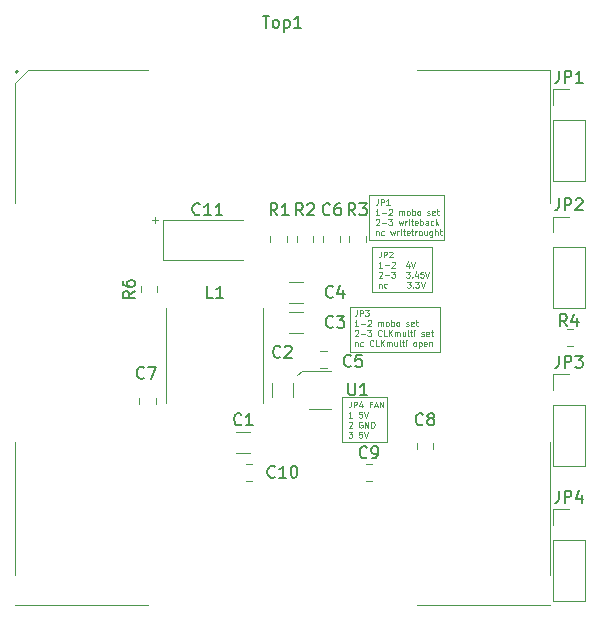
<source format=gbr>
G04 #@! TF.GenerationSoftware,KiCad,Pcbnew,(5.1.5)-3*
G04 #@! TF.CreationDate,2023-10-15T16:11:26+02:00*
G04 #@! TF.ProjectId,486VRM,34383656-524d-42e6-9b69-6361645f7063,rev?*
G04 #@! TF.SameCoordinates,Original*
G04 #@! TF.FileFunction,Legend,Top*
G04 #@! TF.FilePolarity,Positive*
%FSLAX46Y46*%
G04 Gerber Fmt 4.6, Leading zero omitted, Abs format (unit mm)*
G04 Created by KiCad (PCBNEW (5.1.5)-3) date 2023-10-15 16:11:26*
%MOMM*%
%LPD*%
G04 APERTURE LIST*
%ADD10C,0.120000*%
%ADD11C,0.100000*%
%ADD12C,0.200000*%
%ADD13C,0.150000*%
G04 APERTURE END LIST*
D10*
X192700000Y-107460000D02*
X185080000Y-107460000D01*
X192700000Y-111270000D02*
X192700000Y-107460000D01*
X185080000Y-111270000D02*
X192700000Y-111270000D01*
X185080000Y-107460000D02*
X185080000Y-111270000D01*
X192065000Y-102380000D02*
X186985000Y-102380000D01*
X192065000Y-106190000D02*
X192065000Y-102380000D01*
X186985000Y-106190000D02*
X192065000Y-106190000D01*
X186985000Y-102380000D02*
X186985000Y-106190000D01*
X193081000Y-97935000D02*
X186731000Y-97935000D01*
X193081000Y-101745000D02*
X193081000Y-97935000D01*
X186731000Y-101745000D02*
X193081000Y-101745000D01*
X186731000Y-97935000D02*
X186731000Y-101745000D01*
X168316000Y-100094000D02*
X168824000Y-100094000D01*
X168570000Y-99840000D02*
X168570000Y-100348000D01*
X180990000Y-112835000D02*
X180635000Y-113175000D01*
X184445000Y-118890000D02*
X184445000Y-115080000D01*
X185080000Y-118890000D02*
X184445000Y-118890000D01*
X188255000Y-118890000D02*
X185080000Y-118890000D01*
X188255000Y-118255000D02*
X188255000Y-118890000D01*
X188255000Y-115080000D02*
X188255000Y-118255000D01*
X184445000Y-115080000D02*
X188255000Y-115080000D01*
D11*
X185152904Y-115436190D02*
X185152904Y-115793333D01*
X185129095Y-115864761D01*
X185081476Y-115912380D01*
X185010047Y-115936190D01*
X184962428Y-115936190D01*
X185391000Y-115936190D02*
X185391000Y-115436190D01*
X185581476Y-115436190D01*
X185629095Y-115460000D01*
X185652904Y-115483809D01*
X185676714Y-115531428D01*
X185676714Y-115602857D01*
X185652904Y-115650476D01*
X185629095Y-115674285D01*
X185581476Y-115698095D01*
X185391000Y-115698095D01*
X186105285Y-115602857D02*
X186105285Y-115936190D01*
X185986238Y-115412380D02*
X185867190Y-115769523D01*
X186176714Y-115769523D01*
X186914809Y-115674285D02*
X186748142Y-115674285D01*
X186748142Y-115936190D02*
X186748142Y-115436190D01*
X186986238Y-115436190D01*
X187152904Y-115793333D02*
X187391000Y-115793333D01*
X187105285Y-115936190D02*
X187271952Y-115436190D01*
X187438619Y-115936190D01*
X187605285Y-115936190D02*
X187605285Y-115436190D01*
X187891000Y-115936190D01*
X187891000Y-115436190D01*
X185271952Y-116786190D02*
X184986238Y-116786190D01*
X185129095Y-116786190D02*
X185129095Y-116286190D01*
X185081476Y-116357619D01*
X185033857Y-116405238D01*
X184986238Y-116429047D01*
X186105285Y-116286190D02*
X185867190Y-116286190D01*
X185843380Y-116524285D01*
X185867190Y-116500476D01*
X185914809Y-116476666D01*
X186033857Y-116476666D01*
X186081476Y-116500476D01*
X186105285Y-116524285D01*
X186129095Y-116571904D01*
X186129095Y-116690952D01*
X186105285Y-116738571D01*
X186081476Y-116762380D01*
X186033857Y-116786190D01*
X185914809Y-116786190D01*
X185867190Y-116762380D01*
X185843380Y-116738571D01*
X186271952Y-116286190D02*
X186438619Y-116786190D01*
X186605285Y-116286190D01*
X184986238Y-117183809D02*
X185010047Y-117160000D01*
X185057666Y-117136190D01*
X185176714Y-117136190D01*
X185224333Y-117160000D01*
X185248142Y-117183809D01*
X185271952Y-117231428D01*
X185271952Y-117279047D01*
X185248142Y-117350476D01*
X184962428Y-117636190D01*
X185271952Y-117636190D01*
X186129095Y-117160000D02*
X186081476Y-117136190D01*
X186010047Y-117136190D01*
X185938619Y-117160000D01*
X185891000Y-117207619D01*
X185867190Y-117255238D01*
X185843380Y-117350476D01*
X185843380Y-117421904D01*
X185867190Y-117517142D01*
X185891000Y-117564761D01*
X185938619Y-117612380D01*
X186010047Y-117636190D01*
X186057666Y-117636190D01*
X186129095Y-117612380D01*
X186152904Y-117588571D01*
X186152904Y-117421904D01*
X186057666Y-117421904D01*
X186367190Y-117636190D02*
X186367190Y-117136190D01*
X186652904Y-117636190D01*
X186652904Y-117136190D01*
X186891000Y-117636190D02*
X186891000Y-117136190D01*
X187010047Y-117136190D01*
X187081476Y-117160000D01*
X187129095Y-117207619D01*
X187152904Y-117255238D01*
X187176714Y-117350476D01*
X187176714Y-117421904D01*
X187152904Y-117517142D01*
X187129095Y-117564761D01*
X187081476Y-117612380D01*
X187010047Y-117636190D01*
X186891000Y-117636190D01*
X184962428Y-117986190D02*
X185271952Y-117986190D01*
X185105285Y-118176666D01*
X185176714Y-118176666D01*
X185224333Y-118200476D01*
X185248142Y-118224285D01*
X185271952Y-118271904D01*
X185271952Y-118390952D01*
X185248142Y-118438571D01*
X185224333Y-118462380D01*
X185176714Y-118486190D01*
X185033857Y-118486190D01*
X184986238Y-118462380D01*
X184962428Y-118438571D01*
X186105285Y-117986190D02*
X185867190Y-117986190D01*
X185843380Y-118224285D01*
X185867190Y-118200476D01*
X185914809Y-118176666D01*
X186033857Y-118176666D01*
X186081476Y-118200476D01*
X186105285Y-118224285D01*
X186129095Y-118271904D01*
X186129095Y-118390952D01*
X186105285Y-118438571D01*
X186081476Y-118462380D01*
X186033857Y-118486190D01*
X185914809Y-118486190D01*
X185867190Y-118462380D01*
X185843380Y-118438571D01*
X186271952Y-117986190D02*
X186438619Y-118486190D01*
X186605285Y-117986190D01*
X185660904Y-107689190D02*
X185660904Y-108046333D01*
X185637095Y-108117761D01*
X185589476Y-108165380D01*
X185518047Y-108189190D01*
X185470428Y-108189190D01*
X185899000Y-108189190D02*
X185899000Y-107689190D01*
X186089476Y-107689190D01*
X186137095Y-107713000D01*
X186160904Y-107736809D01*
X186184714Y-107784428D01*
X186184714Y-107855857D01*
X186160904Y-107903476D01*
X186137095Y-107927285D01*
X186089476Y-107951095D01*
X185899000Y-107951095D01*
X186351380Y-107689190D02*
X186660904Y-107689190D01*
X186494238Y-107879666D01*
X186565666Y-107879666D01*
X186613285Y-107903476D01*
X186637095Y-107927285D01*
X186660904Y-107974904D01*
X186660904Y-108093952D01*
X186637095Y-108141571D01*
X186613285Y-108165380D01*
X186565666Y-108189190D01*
X186422809Y-108189190D01*
X186375190Y-108165380D01*
X186351380Y-108141571D01*
X185779952Y-109039190D02*
X185494238Y-109039190D01*
X185637095Y-109039190D02*
X185637095Y-108539190D01*
X185589476Y-108610619D01*
X185541857Y-108658238D01*
X185494238Y-108682047D01*
X185994238Y-108848714D02*
X186375190Y-108848714D01*
X186589476Y-108586809D02*
X186613285Y-108563000D01*
X186660904Y-108539190D01*
X186779952Y-108539190D01*
X186827571Y-108563000D01*
X186851380Y-108586809D01*
X186875190Y-108634428D01*
X186875190Y-108682047D01*
X186851380Y-108753476D01*
X186565666Y-109039190D01*
X186875190Y-109039190D01*
X187470428Y-109039190D02*
X187470428Y-108705857D01*
X187470428Y-108753476D02*
X187494238Y-108729666D01*
X187541857Y-108705857D01*
X187613285Y-108705857D01*
X187660904Y-108729666D01*
X187684714Y-108777285D01*
X187684714Y-109039190D01*
X187684714Y-108777285D02*
X187708523Y-108729666D01*
X187756142Y-108705857D01*
X187827571Y-108705857D01*
X187875190Y-108729666D01*
X187899000Y-108777285D01*
X187899000Y-109039190D01*
X188208523Y-109039190D02*
X188160904Y-109015380D01*
X188137095Y-108991571D01*
X188113285Y-108943952D01*
X188113285Y-108801095D01*
X188137095Y-108753476D01*
X188160904Y-108729666D01*
X188208523Y-108705857D01*
X188279952Y-108705857D01*
X188327571Y-108729666D01*
X188351380Y-108753476D01*
X188375190Y-108801095D01*
X188375190Y-108943952D01*
X188351380Y-108991571D01*
X188327571Y-109015380D01*
X188279952Y-109039190D01*
X188208523Y-109039190D01*
X188589476Y-109039190D02*
X188589476Y-108539190D01*
X188589476Y-108729666D02*
X188637095Y-108705857D01*
X188732333Y-108705857D01*
X188779952Y-108729666D01*
X188803761Y-108753476D01*
X188827571Y-108801095D01*
X188827571Y-108943952D01*
X188803761Y-108991571D01*
X188779952Y-109015380D01*
X188732333Y-109039190D01*
X188637095Y-109039190D01*
X188589476Y-109015380D01*
X189113285Y-109039190D02*
X189065666Y-109015380D01*
X189041857Y-108991571D01*
X189018047Y-108943952D01*
X189018047Y-108801095D01*
X189041857Y-108753476D01*
X189065666Y-108729666D01*
X189113285Y-108705857D01*
X189184714Y-108705857D01*
X189232333Y-108729666D01*
X189256142Y-108753476D01*
X189279952Y-108801095D01*
X189279952Y-108943952D01*
X189256142Y-108991571D01*
X189232333Y-109015380D01*
X189184714Y-109039190D01*
X189113285Y-109039190D01*
X189851380Y-109015380D02*
X189899000Y-109039190D01*
X189994238Y-109039190D01*
X190041857Y-109015380D01*
X190065666Y-108967761D01*
X190065666Y-108943952D01*
X190041857Y-108896333D01*
X189994238Y-108872523D01*
X189922809Y-108872523D01*
X189875190Y-108848714D01*
X189851380Y-108801095D01*
X189851380Y-108777285D01*
X189875190Y-108729666D01*
X189922809Y-108705857D01*
X189994238Y-108705857D01*
X190041857Y-108729666D01*
X190470428Y-109015380D02*
X190422809Y-109039190D01*
X190327571Y-109039190D01*
X190279952Y-109015380D01*
X190256142Y-108967761D01*
X190256142Y-108777285D01*
X190279952Y-108729666D01*
X190327571Y-108705857D01*
X190422809Y-108705857D01*
X190470428Y-108729666D01*
X190494238Y-108777285D01*
X190494238Y-108824904D01*
X190256142Y-108872523D01*
X190637095Y-108705857D02*
X190827571Y-108705857D01*
X190708523Y-108539190D02*
X190708523Y-108967761D01*
X190732333Y-109015380D01*
X190779952Y-109039190D01*
X190827571Y-109039190D01*
X185494238Y-109436809D02*
X185518047Y-109413000D01*
X185565666Y-109389190D01*
X185684714Y-109389190D01*
X185732333Y-109413000D01*
X185756142Y-109436809D01*
X185779952Y-109484428D01*
X185779952Y-109532047D01*
X185756142Y-109603476D01*
X185470428Y-109889190D01*
X185779952Y-109889190D01*
X185994238Y-109698714D02*
X186375190Y-109698714D01*
X186565666Y-109389190D02*
X186875190Y-109389190D01*
X186708523Y-109579666D01*
X186779952Y-109579666D01*
X186827571Y-109603476D01*
X186851380Y-109627285D01*
X186875190Y-109674904D01*
X186875190Y-109793952D01*
X186851380Y-109841571D01*
X186827571Y-109865380D01*
X186779952Y-109889190D01*
X186637095Y-109889190D01*
X186589476Y-109865380D01*
X186565666Y-109841571D01*
X187756142Y-109841571D02*
X187732333Y-109865380D01*
X187660904Y-109889190D01*
X187613285Y-109889190D01*
X187541857Y-109865380D01*
X187494238Y-109817761D01*
X187470428Y-109770142D01*
X187446619Y-109674904D01*
X187446619Y-109603476D01*
X187470428Y-109508238D01*
X187494238Y-109460619D01*
X187541857Y-109413000D01*
X187613285Y-109389190D01*
X187660904Y-109389190D01*
X187732333Y-109413000D01*
X187756142Y-109436809D01*
X188208523Y-109889190D02*
X187970428Y-109889190D01*
X187970428Y-109389190D01*
X188375190Y-109889190D02*
X188375190Y-109389190D01*
X188660904Y-109889190D02*
X188446619Y-109603476D01*
X188660904Y-109389190D02*
X188375190Y-109674904D01*
X188875190Y-109889190D02*
X188875190Y-109555857D01*
X188875190Y-109603476D02*
X188899000Y-109579666D01*
X188946619Y-109555857D01*
X189018047Y-109555857D01*
X189065666Y-109579666D01*
X189089476Y-109627285D01*
X189089476Y-109889190D01*
X189089476Y-109627285D02*
X189113285Y-109579666D01*
X189160904Y-109555857D01*
X189232333Y-109555857D01*
X189279952Y-109579666D01*
X189303761Y-109627285D01*
X189303761Y-109889190D01*
X189756142Y-109555857D02*
X189756142Y-109889190D01*
X189541857Y-109555857D02*
X189541857Y-109817761D01*
X189565666Y-109865380D01*
X189613285Y-109889190D01*
X189684714Y-109889190D01*
X189732333Y-109865380D01*
X189756142Y-109841571D01*
X190065666Y-109889190D02*
X190018047Y-109865380D01*
X189994238Y-109817761D01*
X189994238Y-109389190D01*
X190184714Y-109555857D02*
X190375190Y-109555857D01*
X190256142Y-109389190D02*
X190256142Y-109817761D01*
X190279952Y-109865380D01*
X190327571Y-109889190D01*
X190375190Y-109889190D01*
X190541857Y-109889190D02*
X190541857Y-109555857D01*
X190541857Y-109389190D02*
X190518047Y-109413000D01*
X190541857Y-109436809D01*
X190565666Y-109413000D01*
X190541857Y-109389190D01*
X190541857Y-109436809D01*
X191137095Y-109865380D02*
X191184714Y-109889190D01*
X191279952Y-109889190D01*
X191327571Y-109865380D01*
X191351380Y-109817761D01*
X191351380Y-109793952D01*
X191327571Y-109746333D01*
X191279952Y-109722523D01*
X191208523Y-109722523D01*
X191160904Y-109698714D01*
X191137095Y-109651095D01*
X191137095Y-109627285D01*
X191160904Y-109579666D01*
X191208523Y-109555857D01*
X191279952Y-109555857D01*
X191327571Y-109579666D01*
X191756142Y-109865380D02*
X191708523Y-109889190D01*
X191613285Y-109889190D01*
X191565666Y-109865380D01*
X191541857Y-109817761D01*
X191541857Y-109627285D01*
X191565666Y-109579666D01*
X191613285Y-109555857D01*
X191708523Y-109555857D01*
X191756142Y-109579666D01*
X191779952Y-109627285D01*
X191779952Y-109674904D01*
X191541857Y-109722523D01*
X191922809Y-109555857D02*
X192113285Y-109555857D01*
X191994238Y-109389190D02*
X191994238Y-109817761D01*
X192018047Y-109865380D01*
X192065666Y-109889190D01*
X192113285Y-109889190D01*
X185518047Y-110405857D02*
X185518047Y-110739190D01*
X185518047Y-110453476D02*
X185541857Y-110429666D01*
X185589476Y-110405857D01*
X185660904Y-110405857D01*
X185708523Y-110429666D01*
X185732333Y-110477285D01*
X185732333Y-110739190D01*
X186184714Y-110715380D02*
X186137095Y-110739190D01*
X186041857Y-110739190D01*
X185994238Y-110715380D01*
X185970428Y-110691571D01*
X185946619Y-110643952D01*
X185946619Y-110501095D01*
X185970428Y-110453476D01*
X185994238Y-110429666D01*
X186041857Y-110405857D01*
X186137095Y-110405857D01*
X186184714Y-110429666D01*
X187065666Y-110691571D02*
X187041857Y-110715380D01*
X186970428Y-110739190D01*
X186922809Y-110739190D01*
X186851380Y-110715380D01*
X186803761Y-110667761D01*
X186779952Y-110620142D01*
X186756142Y-110524904D01*
X186756142Y-110453476D01*
X186779952Y-110358238D01*
X186803761Y-110310619D01*
X186851380Y-110263000D01*
X186922809Y-110239190D01*
X186970428Y-110239190D01*
X187041857Y-110263000D01*
X187065666Y-110286809D01*
X187518047Y-110739190D02*
X187279952Y-110739190D01*
X187279952Y-110239190D01*
X187684714Y-110739190D02*
X187684714Y-110239190D01*
X187970428Y-110739190D02*
X187756142Y-110453476D01*
X187970428Y-110239190D02*
X187684714Y-110524904D01*
X188184714Y-110739190D02*
X188184714Y-110405857D01*
X188184714Y-110453476D02*
X188208523Y-110429666D01*
X188256142Y-110405857D01*
X188327571Y-110405857D01*
X188375190Y-110429666D01*
X188399000Y-110477285D01*
X188399000Y-110739190D01*
X188399000Y-110477285D02*
X188422809Y-110429666D01*
X188470428Y-110405857D01*
X188541857Y-110405857D01*
X188589476Y-110429666D01*
X188613285Y-110477285D01*
X188613285Y-110739190D01*
X189065666Y-110405857D02*
X189065666Y-110739190D01*
X188851380Y-110405857D02*
X188851380Y-110667761D01*
X188875190Y-110715380D01*
X188922809Y-110739190D01*
X188994238Y-110739190D01*
X189041857Y-110715380D01*
X189065666Y-110691571D01*
X189375190Y-110739190D02*
X189327571Y-110715380D01*
X189303761Y-110667761D01*
X189303761Y-110239190D01*
X189494238Y-110405857D02*
X189684714Y-110405857D01*
X189565666Y-110239190D02*
X189565666Y-110667761D01*
X189589476Y-110715380D01*
X189637095Y-110739190D01*
X189684714Y-110739190D01*
X189851380Y-110739190D02*
X189851380Y-110405857D01*
X189851380Y-110239190D02*
X189827571Y-110263000D01*
X189851380Y-110286809D01*
X189875190Y-110263000D01*
X189851380Y-110239190D01*
X189851380Y-110286809D01*
X190541857Y-110739190D02*
X190494238Y-110715380D01*
X190470428Y-110691571D01*
X190446619Y-110643952D01*
X190446619Y-110501095D01*
X190470428Y-110453476D01*
X190494238Y-110429666D01*
X190541857Y-110405857D01*
X190613285Y-110405857D01*
X190660904Y-110429666D01*
X190684714Y-110453476D01*
X190708523Y-110501095D01*
X190708523Y-110643952D01*
X190684714Y-110691571D01*
X190660904Y-110715380D01*
X190613285Y-110739190D01*
X190541857Y-110739190D01*
X190922809Y-110405857D02*
X190922809Y-110905857D01*
X190922809Y-110429666D02*
X190970428Y-110405857D01*
X191065666Y-110405857D01*
X191113285Y-110429666D01*
X191137095Y-110453476D01*
X191160904Y-110501095D01*
X191160904Y-110643952D01*
X191137095Y-110691571D01*
X191113285Y-110715380D01*
X191065666Y-110739190D01*
X190970428Y-110739190D01*
X190922809Y-110715380D01*
X191565666Y-110715380D02*
X191518047Y-110739190D01*
X191422809Y-110739190D01*
X191375190Y-110715380D01*
X191351380Y-110667761D01*
X191351380Y-110477285D01*
X191375190Y-110429666D01*
X191422809Y-110405857D01*
X191518047Y-110405857D01*
X191565666Y-110429666D01*
X191589476Y-110477285D01*
X191589476Y-110524904D01*
X191351380Y-110572523D01*
X191803761Y-110405857D02*
X191803761Y-110739190D01*
X191803761Y-110453476D02*
X191827571Y-110429666D01*
X191875190Y-110405857D01*
X191946619Y-110405857D01*
X191994238Y-110429666D01*
X192018047Y-110477285D01*
X192018047Y-110739190D01*
X187692904Y-102736190D02*
X187692904Y-103093333D01*
X187669095Y-103164761D01*
X187621476Y-103212380D01*
X187550047Y-103236190D01*
X187502428Y-103236190D01*
X187931000Y-103236190D02*
X187931000Y-102736190D01*
X188121476Y-102736190D01*
X188169095Y-102760000D01*
X188192904Y-102783809D01*
X188216714Y-102831428D01*
X188216714Y-102902857D01*
X188192904Y-102950476D01*
X188169095Y-102974285D01*
X188121476Y-102998095D01*
X187931000Y-102998095D01*
X188407190Y-102783809D02*
X188431000Y-102760000D01*
X188478619Y-102736190D01*
X188597666Y-102736190D01*
X188645285Y-102760000D01*
X188669095Y-102783809D01*
X188692904Y-102831428D01*
X188692904Y-102879047D01*
X188669095Y-102950476D01*
X188383380Y-103236190D01*
X188692904Y-103236190D01*
X187811952Y-104086190D02*
X187526238Y-104086190D01*
X187669095Y-104086190D02*
X187669095Y-103586190D01*
X187621476Y-103657619D01*
X187573857Y-103705238D01*
X187526238Y-103729047D01*
X188026238Y-103895714D02*
X188407190Y-103895714D01*
X188621476Y-103633809D02*
X188645285Y-103610000D01*
X188692904Y-103586190D01*
X188811952Y-103586190D01*
X188859571Y-103610000D01*
X188883380Y-103633809D01*
X188907190Y-103681428D01*
X188907190Y-103729047D01*
X188883380Y-103800476D01*
X188597666Y-104086190D01*
X188907190Y-104086190D01*
X190097666Y-103752857D02*
X190097666Y-104086190D01*
X189978619Y-103562380D02*
X189859571Y-103919523D01*
X190169095Y-103919523D01*
X190288142Y-103586190D02*
X190454809Y-104086190D01*
X190621476Y-103586190D01*
X187526238Y-104483809D02*
X187550047Y-104460000D01*
X187597666Y-104436190D01*
X187716714Y-104436190D01*
X187764333Y-104460000D01*
X187788142Y-104483809D01*
X187811952Y-104531428D01*
X187811952Y-104579047D01*
X187788142Y-104650476D01*
X187502428Y-104936190D01*
X187811952Y-104936190D01*
X188026238Y-104745714D02*
X188407190Y-104745714D01*
X188597666Y-104436190D02*
X188907190Y-104436190D01*
X188740523Y-104626666D01*
X188811952Y-104626666D01*
X188859571Y-104650476D01*
X188883380Y-104674285D01*
X188907190Y-104721904D01*
X188907190Y-104840952D01*
X188883380Y-104888571D01*
X188859571Y-104912380D01*
X188811952Y-104936190D01*
X188669095Y-104936190D01*
X188621476Y-104912380D01*
X188597666Y-104888571D01*
X189835761Y-104436190D02*
X190145285Y-104436190D01*
X189978619Y-104626666D01*
X190050047Y-104626666D01*
X190097666Y-104650476D01*
X190121476Y-104674285D01*
X190145285Y-104721904D01*
X190145285Y-104840952D01*
X190121476Y-104888571D01*
X190097666Y-104912380D01*
X190050047Y-104936190D01*
X189907190Y-104936190D01*
X189859571Y-104912380D01*
X189835761Y-104888571D01*
X190359571Y-104888571D02*
X190383380Y-104912380D01*
X190359571Y-104936190D01*
X190335761Y-104912380D01*
X190359571Y-104888571D01*
X190359571Y-104936190D01*
X190811952Y-104602857D02*
X190811952Y-104936190D01*
X190692904Y-104412380D02*
X190573857Y-104769523D01*
X190883380Y-104769523D01*
X191311952Y-104436190D02*
X191073857Y-104436190D01*
X191050047Y-104674285D01*
X191073857Y-104650476D01*
X191121476Y-104626666D01*
X191240523Y-104626666D01*
X191288142Y-104650476D01*
X191311952Y-104674285D01*
X191335761Y-104721904D01*
X191335761Y-104840952D01*
X191311952Y-104888571D01*
X191288142Y-104912380D01*
X191240523Y-104936190D01*
X191121476Y-104936190D01*
X191073857Y-104912380D01*
X191050047Y-104888571D01*
X191478619Y-104436190D02*
X191645285Y-104936190D01*
X191811952Y-104436190D01*
X187550047Y-105452857D02*
X187550047Y-105786190D01*
X187550047Y-105500476D02*
X187573857Y-105476666D01*
X187621476Y-105452857D01*
X187692904Y-105452857D01*
X187740523Y-105476666D01*
X187764333Y-105524285D01*
X187764333Y-105786190D01*
X188216714Y-105762380D02*
X188169095Y-105786190D01*
X188073857Y-105786190D01*
X188026238Y-105762380D01*
X188002428Y-105738571D01*
X187978619Y-105690952D01*
X187978619Y-105548095D01*
X188002428Y-105500476D01*
X188026238Y-105476666D01*
X188073857Y-105452857D01*
X188169095Y-105452857D01*
X188216714Y-105476666D01*
X189907190Y-105286190D02*
X190216714Y-105286190D01*
X190050047Y-105476666D01*
X190121476Y-105476666D01*
X190169095Y-105500476D01*
X190192904Y-105524285D01*
X190216714Y-105571904D01*
X190216714Y-105690952D01*
X190192904Y-105738571D01*
X190169095Y-105762380D01*
X190121476Y-105786190D01*
X189978619Y-105786190D01*
X189931000Y-105762380D01*
X189907190Y-105738571D01*
X190431000Y-105738571D02*
X190454809Y-105762380D01*
X190431000Y-105786190D01*
X190407190Y-105762380D01*
X190431000Y-105738571D01*
X190431000Y-105786190D01*
X190621476Y-105286190D02*
X190931000Y-105286190D01*
X190764333Y-105476666D01*
X190835761Y-105476666D01*
X190883380Y-105500476D01*
X190907190Y-105524285D01*
X190931000Y-105571904D01*
X190931000Y-105690952D01*
X190907190Y-105738571D01*
X190883380Y-105762380D01*
X190835761Y-105786190D01*
X190692904Y-105786190D01*
X190645285Y-105762380D01*
X190621476Y-105738571D01*
X191073857Y-105286190D02*
X191240523Y-105786190D01*
X191407190Y-105286190D01*
X187438904Y-98291190D02*
X187438904Y-98648333D01*
X187415095Y-98719761D01*
X187367476Y-98767380D01*
X187296047Y-98791190D01*
X187248428Y-98791190D01*
X187677000Y-98791190D02*
X187677000Y-98291190D01*
X187867476Y-98291190D01*
X187915095Y-98315000D01*
X187938904Y-98338809D01*
X187962714Y-98386428D01*
X187962714Y-98457857D01*
X187938904Y-98505476D01*
X187915095Y-98529285D01*
X187867476Y-98553095D01*
X187677000Y-98553095D01*
X188438904Y-98791190D02*
X188153190Y-98791190D01*
X188296047Y-98791190D02*
X188296047Y-98291190D01*
X188248428Y-98362619D01*
X188200809Y-98410238D01*
X188153190Y-98434047D01*
X187557952Y-99641190D02*
X187272238Y-99641190D01*
X187415095Y-99641190D02*
X187415095Y-99141190D01*
X187367476Y-99212619D01*
X187319857Y-99260238D01*
X187272238Y-99284047D01*
X187772238Y-99450714D02*
X188153190Y-99450714D01*
X188367476Y-99188809D02*
X188391285Y-99165000D01*
X188438904Y-99141190D01*
X188557952Y-99141190D01*
X188605571Y-99165000D01*
X188629380Y-99188809D01*
X188653190Y-99236428D01*
X188653190Y-99284047D01*
X188629380Y-99355476D01*
X188343666Y-99641190D01*
X188653190Y-99641190D01*
X189248428Y-99641190D02*
X189248428Y-99307857D01*
X189248428Y-99355476D02*
X189272238Y-99331666D01*
X189319857Y-99307857D01*
X189391285Y-99307857D01*
X189438904Y-99331666D01*
X189462714Y-99379285D01*
X189462714Y-99641190D01*
X189462714Y-99379285D02*
X189486523Y-99331666D01*
X189534142Y-99307857D01*
X189605571Y-99307857D01*
X189653190Y-99331666D01*
X189677000Y-99379285D01*
X189677000Y-99641190D01*
X189986523Y-99641190D02*
X189938904Y-99617380D01*
X189915095Y-99593571D01*
X189891285Y-99545952D01*
X189891285Y-99403095D01*
X189915095Y-99355476D01*
X189938904Y-99331666D01*
X189986523Y-99307857D01*
X190057952Y-99307857D01*
X190105571Y-99331666D01*
X190129380Y-99355476D01*
X190153190Y-99403095D01*
X190153190Y-99545952D01*
X190129380Y-99593571D01*
X190105571Y-99617380D01*
X190057952Y-99641190D01*
X189986523Y-99641190D01*
X190367476Y-99641190D02*
X190367476Y-99141190D01*
X190367476Y-99331666D02*
X190415095Y-99307857D01*
X190510333Y-99307857D01*
X190557952Y-99331666D01*
X190581761Y-99355476D01*
X190605571Y-99403095D01*
X190605571Y-99545952D01*
X190581761Y-99593571D01*
X190557952Y-99617380D01*
X190510333Y-99641190D01*
X190415095Y-99641190D01*
X190367476Y-99617380D01*
X190891285Y-99641190D02*
X190843666Y-99617380D01*
X190819857Y-99593571D01*
X190796047Y-99545952D01*
X190796047Y-99403095D01*
X190819857Y-99355476D01*
X190843666Y-99331666D01*
X190891285Y-99307857D01*
X190962714Y-99307857D01*
X191010333Y-99331666D01*
X191034142Y-99355476D01*
X191057952Y-99403095D01*
X191057952Y-99545952D01*
X191034142Y-99593571D01*
X191010333Y-99617380D01*
X190962714Y-99641190D01*
X190891285Y-99641190D01*
X191629380Y-99617380D02*
X191677000Y-99641190D01*
X191772238Y-99641190D01*
X191819857Y-99617380D01*
X191843666Y-99569761D01*
X191843666Y-99545952D01*
X191819857Y-99498333D01*
X191772238Y-99474523D01*
X191700809Y-99474523D01*
X191653190Y-99450714D01*
X191629380Y-99403095D01*
X191629380Y-99379285D01*
X191653190Y-99331666D01*
X191700809Y-99307857D01*
X191772238Y-99307857D01*
X191819857Y-99331666D01*
X192248428Y-99617380D02*
X192200809Y-99641190D01*
X192105571Y-99641190D01*
X192057952Y-99617380D01*
X192034142Y-99569761D01*
X192034142Y-99379285D01*
X192057952Y-99331666D01*
X192105571Y-99307857D01*
X192200809Y-99307857D01*
X192248428Y-99331666D01*
X192272238Y-99379285D01*
X192272238Y-99426904D01*
X192034142Y-99474523D01*
X192415095Y-99307857D02*
X192605571Y-99307857D01*
X192486523Y-99141190D02*
X192486523Y-99569761D01*
X192510333Y-99617380D01*
X192557952Y-99641190D01*
X192605571Y-99641190D01*
X187272238Y-100038809D02*
X187296047Y-100015000D01*
X187343666Y-99991190D01*
X187462714Y-99991190D01*
X187510333Y-100015000D01*
X187534142Y-100038809D01*
X187557952Y-100086428D01*
X187557952Y-100134047D01*
X187534142Y-100205476D01*
X187248428Y-100491190D01*
X187557952Y-100491190D01*
X187772238Y-100300714D02*
X188153190Y-100300714D01*
X188343666Y-99991190D02*
X188653190Y-99991190D01*
X188486523Y-100181666D01*
X188557952Y-100181666D01*
X188605571Y-100205476D01*
X188629380Y-100229285D01*
X188653190Y-100276904D01*
X188653190Y-100395952D01*
X188629380Y-100443571D01*
X188605571Y-100467380D01*
X188557952Y-100491190D01*
X188415095Y-100491190D01*
X188367476Y-100467380D01*
X188343666Y-100443571D01*
X189200809Y-100157857D02*
X189296047Y-100491190D01*
X189391285Y-100253095D01*
X189486523Y-100491190D01*
X189581761Y-100157857D01*
X189772238Y-100491190D02*
X189772238Y-100157857D01*
X189772238Y-100253095D02*
X189796047Y-100205476D01*
X189819857Y-100181666D01*
X189867476Y-100157857D01*
X189915095Y-100157857D01*
X190081761Y-100491190D02*
X190081761Y-100157857D01*
X190081761Y-99991190D02*
X190057952Y-100015000D01*
X190081761Y-100038809D01*
X190105571Y-100015000D01*
X190081761Y-99991190D01*
X190081761Y-100038809D01*
X190248428Y-100157857D02*
X190438904Y-100157857D01*
X190319857Y-99991190D02*
X190319857Y-100419761D01*
X190343666Y-100467380D01*
X190391285Y-100491190D01*
X190438904Y-100491190D01*
X190796047Y-100467380D02*
X190748428Y-100491190D01*
X190653190Y-100491190D01*
X190605571Y-100467380D01*
X190581761Y-100419761D01*
X190581761Y-100229285D01*
X190605571Y-100181666D01*
X190653190Y-100157857D01*
X190748428Y-100157857D01*
X190796047Y-100181666D01*
X190819857Y-100229285D01*
X190819857Y-100276904D01*
X190581761Y-100324523D01*
X191034142Y-100491190D02*
X191034142Y-99991190D01*
X191034142Y-100181666D02*
X191081761Y-100157857D01*
X191177000Y-100157857D01*
X191224619Y-100181666D01*
X191248428Y-100205476D01*
X191272238Y-100253095D01*
X191272238Y-100395952D01*
X191248428Y-100443571D01*
X191224619Y-100467380D01*
X191177000Y-100491190D01*
X191081761Y-100491190D01*
X191034142Y-100467380D01*
X191700809Y-100491190D02*
X191700809Y-100229285D01*
X191677000Y-100181666D01*
X191629380Y-100157857D01*
X191534142Y-100157857D01*
X191486523Y-100181666D01*
X191700809Y-100467380D02*
X191653190Y-100491190D01*
X191534142Y-100491190D01*
X191486523Y-100467380D01*
X191462714Y-100419761D01*
X191462714Y-100372142D01*
X191486523Y-100324523D01*
X191534142Y-100300714D01*
X191653190Y-100300714D01*
X191700809Y-100276904D01*
X192153190Y-100467380D02*
X192105571Y-100491190D01*
X192010333Y-100491190D01*
X191962714Y-100467380D01*
X191938904Y-100443571D01*
X191915095Y-100395952D01*
X191915095Y-100253095D01*
X191938904Y-100205476D01*
X191962714Y-100181666D01*
X192010333Y-100157857D01*
X192105571Y-100157857D01*
X192153190Y-100181666D01*
X192367476Y-100491190D02*
X192367476Y-99991190D01*
X192415095Y-100300714D02*
X192557952Y-100491190D01*
X192557952Y-100157857D02*
X192367476Y-100348333D01*
X187296047Y-101007857D02*
X187296047Y-101341190D01*
X187296047Y-101055476D02*
X187319857Y-101031666D01*
X187367476Y-101007857D01*
X187438904Y-101007857D01*
X187486523Y-101031666D01*
X187510333Y-101079285D01*
X187510333Y-101341190D01*
X187962714Y-101317380D02*
X187915095Y-101341190D01*
X187819857Y-101341190D01*
X187772238Y-101317380D01*
X187748428Y-101293571D01*
X187724619Y-101245952D01*
X187724619Y-101103095D01*
X187748428Y-101055476D01*
X187772238Y-101031666D01*
X187819857Y-101007857D01*
X187915095Y-101007857D01*
X187962714Y-101031666D01*
X188510333Y-101007857D02*
X188605571Y-101341190D01*
X188700809Y-101103095D01*
X188796047Y-101341190D01*
X188891285Y-101007857D01*
X189081761Y-101341190D02*
X189081761Y-101007857D01*
X189081761Y-101103095D02*
X189105571Y-101055476D01*
X189129380Y-101031666D01*
X189177000Y-101007857D01*
X189224619Y-101007857D01*
X189391285Y-101341190D02*
X189391285Y-101007857D01*
X189391285Y-100841190D02*
X189367476Y-100865000D01*
X189391285Y-100888809D01*
X189415095Y-100865000D01*
X189391285Y-100841190D01*
X189391285Y-100888809D01*
X189557952Y-101007857D02*
X189748428Y-101007857D01*
X189629380Y-100841190D02*
X189629380Y-101269761D01*
X189653190Y-101317380D01*
X189700809Y-101341190D01*
X189748428Y-101341190D01*
X190105571Y-101317380D02*
X190057952Y-101341190D01*
X189962714Y-101341190D01*
X189915095Y-101317380D01*
X189891285Y-101269761D01*
X189891285Y-101079285D01*
X189915095Y-101031666D01*
X189962714Y-101007857D01*
X190057952Y-101007857D01*
X190105571Y-101031666D01*
X190129380Y-101079285D01*
X190129380Y-101126904D01*
X189891285Y-101174523D01*
X190272238Y-101007857D02*
X190462714Y-101007857D01*
X190343666Y-100841190D02*
X190343666Y-101269761D01*
X190367476Y-101317380D01*
X190415095Y-101341190D01*
X190462714Y-101341190D01*
X190629380Y-101341190D02*
X190629380Y-101007857D01*
X190629380Y-101103095D02*
X190653190Y-101055476D01*
X190677000Y-101031666D01*
X190724619Y-101007857D01*
X190772238Y-101007857D01*
X191010333Y-101341190D02*
X190962714Y-101317380D01*
X190938904Y-101293571D01*
X190915095Y-101245952D01*
X190915095Y-101103095D01*
X190938904Y-101055476D01*
X190962714Y-101031666D01*
X191010333Y-101007857D01*
X191081761Y-101007857D01*
X191129380Y-101031666D01*
X191153190Y-101055476D01*
X191177000Y-101103095D01*
X191177000Y-101245952D01*
X191153190Y-101293571D01*
X191129380Y-101317380D01*
X191081761Y-101341190D01*
X191010333Y-101341190D01*
X191605571Y-101007857D02*
X191605571Y-101341190D01*
X191391285Y-101007857D02*
X191391285Y-101269761D01*
X191415095Y-101317380D01*
X191462714Y-101341190D01*
X191534142Y-101341190D01*
X191581761Y-101317380D01*
X191605571Y-101293571D01*
X192057952Y-101007857D02*
X192057952Y-101412619D01*
X192034142Y-101460238D01*
X192010333Y-101484047D01*
X191962714Y-101507857D01*
X191891285Y-101507857D01*
X191843666Y-101484047D01*
X192057952Y-101317380D02*
X192010333Y-101341190D01*
X191915095Y-101341190D01*
X191867476Y-101317380D01*
X191843666Y-101293571D01*
X191819857Y-101245952D01*
X191819857Y-101103095D01*
X191843666Y-101055476D01*
X191867476Y-101031666D01*
X191915095Y-101007857D01*
X192010333Y-101007857D01*
X192057952Y-101031666D01*
X192296047Y-101341190D02*
X192296047Y-100841190D01*
X192510333Y-101341190D02*
X192510333Y-101079285D01*
X192486523Y-101031666D01*
X192438904Y-101007857D01*
X192367476Y-101007857D01*
X192319857Y-101031666D01*
X192296047Y-101055476D01*
X192677000Y-101007857D02*
X192867476Y-101007857D01*
X192748428Y-100841190D02*
X192748428Y-101269761D01*
X192772238Y-101317380D01*
X192819857Y-101341190D01*
X192867476Y-101341190D01*
D10*
X168772000Y-106194578D02*
X168772000Y-105677422D01*
X167352000Y-106194578D02*
X167352000Y-105677422D01*
D12*
X156965000Y-87500000D02*
G75*
G03X156965000Y-87500000I-100000J0D01*
G01*
D10*
X156745000Y-88500000D02*
X156745000Y-98630000D01*
X157865000Y-87380000D02*
X156745000Y-88500000D01*
X167995000Y-87380000D02*
X157865000Y-87380000D01*
X156745000Y-130080000D02*
X156745000Y-118830000D01*
X167995000Y-132620000D02*
X156745000Y-132620000D01*
X201985000Y-87380000D02*
X201985000Y-98630000D01*
X190735000Y-87380000D02*
X201985000Y-87380000D01*
X201985000Y-130080000D02*
X201985000Y-118830000D01*
X190735000Y-132620000D02*
X201985000Y-132620000D01*
X201985000Y-87380000D02*
X201985000Y-98630000D01*
X190735000Y-87380000D02*
X201985000Y-87380000D01*
X201985000Y-87380000D02*
X201985000Y-98630000D01*
X190735000Y-87380000D02*
X201985000Y-87380000D01*
X169255000Y-103455000D02*
X176015000Y-103455000D01*
X169255000Y-100035000D02*
X169255000Y-103455000D01*
X176015000Y-100035000D02*
X169255000Y-100035000D01*
X176263922Y-122140000D02*
X176781078Y-122140000D01*
X176263922Y-120720000D02*
X176781078Y-120720000D01*
X186423922Y-122140000D02*
X186941078Y-122140000D01*
X186423922Y-120720000D02*
X186941078Y-120720000D01*
X192140000Y-119451078D02*
X192140000Y-118933922D01*
X190720000Y-119451078D02*
X190720000Y-118933922D01*
X168645000Y-115641078D02*
X168645000Y-115123922D01*
X167225000Y-115641078D02*
X167225000Y-115123922D01*
X202292000Y-124545000D02*
X203622000Y-124545000D01*
X202292000Y-125875000D02*
X202292000Y-124545000D01*
X202292000Y-127145000D02*
X204952000Y-127145000D01*
X204952000Y-127145000D02*
X204952000Y-132285000D01*
X202292000Y-127145000D02*
X202292000Y-132285000D01*
X202292000Y-132285000D02*
X204952000Y-132285000D01*
X202292000Y-99780000D02*
X203622000Y-99780000D01*
X202292000Y-101110000D02*
X202292000Y-99780000D01*
X202292000Y-102380000D02*
X204952000Y-102380000D01*
X204952000Y-102380000D02*
X204952000Y-107520000D01*
X202292000Y-102380000D02*
X202292000Y-107520000D01*
X202292000Y-107520000D02*
X204952000Y-107520000D01*
X202292000Y-88985000D02*
X203622000Y-88985000D01*
X202292000Y-90315000D02*
X202292000Y-88985000D01*
X202292000Y-91585000D02*
X204952000Y-91585000D01*
X204952000Y-91585000D02*
X204952000Y-96725000D01*
X202292000Y-91585000D02*
X202292000Y-96725000D01*
X202292000Y-96725000D02*
X204952000Y-96725000D01*
X202292000Y-113115000D02*
X203622000Y-113115000D01*
X202292000Y-114445000D02*
X202292000Y-113115000D01*
X202292000Y-115715000D02*
X204952000Y-115715000D01*
X204952000Y-115715000D02*
X204952000Y-120855000D01*
X202292000Y-115715000D02*
X202292000Y-120855000D01*
X202292000Y-120855000D02*
X204952000Y-120855000D01*
X183440000Y-112835000D02*
X180990000Y-112835000D01*
X181640000Y-116055000D02*
X183440000Y-116055000D01*
X203959078Y-109290000D02*
X203441922Y-109290000D01*
X203959078Y-110710000D02*
X203441922Y-110710000D01*
X186425000Y-101938578D02*
X186425000Y-101421422D01*
X185005000Y-101938578D02*
X185005000Y-101421422D01*
X181984333Y-101938578D02*
X181984333Y-101421422D01*
X180564333Y-101938578D02*
X180564333Y-101421422D01*
X179764000Y-101938578D02*
X179764000Y-101421422D01*
X178344000Y-101938578D02*
X178344000Y-101421422D01*
X177750000Y-115530000D02*
X177750000Y-107530000D01*
X169550000Y-115530000D02*
X169550000Y-107530000D01*
X184204666Y-101938578D02*
X184204666Y-101421422D01*
X182784666Y-101938578D02*
X182784666Y-101421422D01*
X183101078Y-111195000D02*
X182583922Y-111195000D01*
X183101078Y-112615000D02*
X182583922Y-112615000D01*
X179902936Y-107100000D02*
X181107064Y-107100000D01*
X179902936Y-105280000D02*
X181107064Y-105280000D01*
X179902936Y-109640000D02*
X181107064Y-109640000D01*
X179902936Y-107820000D02*
X181107064Y-107820000D01*
X180275000Y-115047064D02*
X180275000Y-113842936D01*
X178455000Y-115047064D02*
X178455000Y-113842936D01*
X176662064Y-117980000D02*
X175457936Y-117980000D01*
X176662064Y-119800000D02*
X175457936Y-119800000D01*
D13*
X166864380Y-106102666D02*
X166388190Y-106436000D01*
X166864380Y-106674095D02*
X165864380Y-106674095D01*
X165864380Y-106293142D01*
X165912000Y-106197904D01*
X165959619Y-106150285D01*
X166054857Y-106102666D01*
X166197714Y-106102666D01*
X166292952Y-106150285D01*
X166340571Y-106197904D01*
X166388190Y-106293142D01*
X166388190Y-106674095D01*
X165864380Y-105245523D02*
X165864380Y-105436000D01*
X165912000Y-105531238D01*
X165959619Y-105578857D01*
X166102476Y-105674095D01*
X166292952Y-105721714D01*
X166673904Y-105721714D01*
X166769142Y-105674095D01*
X166816761Y-105626476D01*
X166864380Y-105531238D01*
X166864380Y-105340761D01*
X166816761Y-105245523D01*
X166769142Y-105197904D01*
X166673904Y-105150285D01*
X166435809Y-105150285D01*
X166340571Y-105197904D01*
X166292952Y-105245523D01*
X166245333Y-105340761D01*
X166245333Y-105531238D01*
X166292952Y-105626476D01*
X166340571Y-105674095D01*
X166435809Y-105721714D01*
X177698333Y-82782380D02*
X178269761Y-82782380D01*
X177984047Y-83782380D02*
X177984047Y-82782380D01*
X178745952Y-83782380D02*
X178650714Y-83734761D01*
X178603095Y-83687142D01*
X178555476Y-83591904D01*
X178555476Y-83306190D01*
X178603095Y-83210952D01*
X178650714Y-83163333D01*
X178745952Y-83115714D01*
X178888809Y-83115714D01*
X178984047Y-83163333D01*
X179031666Y-83210952D01*
X179079285Y-83306190D01*
X179079285Y-83591904D01*
X179031666Y-83687142D01*
X178984047Y-83734761D01*
X178888809Y-83782380D01*
X178745952Y-83782380D01*
X179507857Y-83115714D02*
X179507857Y-84115714D01*
X179507857Y-83163333D02*
X179603095Y-83115714D01*
X179793571Y-83115714D01*
X179888809Y-83163333D01*
X179936428Y-83210952D01*
X179984047Y-83306190D01*
X179984047Y-83591904D01*
X179936428Y-83687142D01*
X179888809Y-83734761D01*
X179793571Y-83782380D01*
X179603095Y-83782380D01*
X179507857Y-83734761D01*
X180936428Y-83782380D02*
X180365000Y-83782380D01*
X180650714Y-83782380D02*
X180650714Y-82782380D01*
X180555476Y-82925238D01*
X180460238Y-83020476D01*
X180365000Y-83068095D01*
X172372142Y-99552142D02*
X172324523Y-99599761D01*
X172181666Y-99647380D01*
X172086428Y-99647380D01*
X171943571Y-99599761D01*
X171848333Y-99504523D01*
X171800714Y-99409285D01*
X171753095Y-99218809D01*
X171753095Y-99075952D01*
X171800714Y-98885476D01*
X171848333Y-98790238D01*
X171943571Y-98695000D01*
X172086428Y-98647380D01*
X172181666Y-98647380D01*
X172324523Y-98695000D01*
X172372142Y-98742619D01*
X173324523Y-99647380D02*
X172753095Y-99647380D01*
X173038809Y-99647380D02*
X173038809Y-98647380D01*
X172943571Y-98790238D01*
X172848333Y-98885476D01*
X172753095Y-98933095D01*
X174276904Y-99647380D02*
X173705476Y-99647380D01*
X173991190Y-99647380D02*
X173991190Y-98647380D01*
X173895952Y-98790238D01*
X173800714Y-98885476D01*
X173705476Y-98933095D01*
X178722142Y-121787142D02*
X178674523Y-121834761D01*
X178531666Y-121882380D01*
X178436428Y-121882380D01*
X178293571Y-121834761D01*
X178198333Y-121739523D01*
X178150714Y-121644285D01*
X178103095Y-121453809D01*
X178103095Y-121310952D01*
X178150714Y-121120476D01*
X178198333Y-121025238D01*
X178293571Y-120930000D01*
X178436428Y-120882380D01*
X178531666Y-120882380D01*
X178674523Y-120930000D01*
X178722142Y-120977619D01*
X179674523Y-121882380D02*
X179103095Y-121882380D01*
X179388809Y-121882380D02*
X179388809Y-120882380D01*
X179293571Y-121025238D01*
X179198333Y-121120476D01*
X179103095Y-121168095D01*
X180293571Y-120882380D02*
X180388809Y-120882380D01*
X180484047Y-120930000D01*
X180531666Y-120977619D01*
X180579285Y-121072857D01*
X180626904Y-121263333D01*
X180626904Y-121501428D01*
X180579285Y-121691904D01*
X180531666Y-121787142D01*
X180484047Y-121834761D01*
X180388809Y-121882380D01*
X180293571Y-121882380D01*
X180198333Y-121834761D01*
X180150714Y-121787142D01*
X180103095Y-121691904D01*
X180055476Y-121501428D01*
X180055476Y-121263333D01*
X180103095Y-121072857D01*
X180150714Y-120977619D01*
X180198333Y-120930000D01*
X180293571Y-120882380D01*
X186515833Y-120137142D02*
X186468214Y-120184761D01*
X186325357Y-120232380D01*
X186230119Y-120232380D01*
X186087261Y-120184761D01*
X185992023Y-120089523D01*
X185944404Y-119994285D01*
X185896785Y-119803809D01*
X185896785Y-119660952D01*
X185944404Y-119470476D01*
X185992023Y-119375238D01*
X186087261Y-119280000D01*
X186230119Y-119232380D01*
X186325357Y-119232380D01*
X186468214Y-119280000D01*
X186515833Y-119327619D01*
X186992023Y-120232380D02*
X187182500Y-120232380D01*
X187277738Y-120184761D01*
X187325357Y-120137142D01*
X187420595Y-119994285D01*
X187468214Y-119803809D01*
X187468214Y-119422857D01*
X187420595Y-119327619D01*
X187372976Y-119280000D01*
X187277738Y-119232380D01*
X187087261Y-119232380D01*
X186992023Y-119280000D01*
X186944404Y-119327619D01*
X186896785Y-119422857D01*
X186896785Y-119660952D01*
X186944404Y-119756190D01*
X186992023Y-119803809D01*
X187087261Y-119851428D01*
X187277738Y-119851428D01*
X187372976Y-119803809D01*
X187420595Y-119756190D01*
X187468214Y-119660952D01*
X191263333Y-117342142D02*
X191215714Y-117389761D01*
X191072857Y-117437380D01*
X190977619Y-117437380D01*
X190834761Y-117389761D01*
X190739523Y-117294523D01*
X190691904Y-117199285D01*
X190644285Y-117008809D01*
X190644285Y-116865952D01*
X190691904Y-116675476D01*
X190739523Y-116580238D01*
X190834761Y-116485000D01*
X190977619Y-116437380D01*
X191072857Y-116437380D01*
X191215714Y-116485000D01*
X191263333Y-116532619D01*
X191834761Y-116865952D02*
X191739523Y-116818333D01*
X191691904Y-116770714D01*
X191644285Y-116675476D01*
X191644285Y-116627857D01*
X191691904Y-116532619D01*
X191739523Y-116485000D01*
X191834761Y-116437380D01*
X192025238Y-116437380D01*
X192120476Y-116485000D01*
X192168095Y-116532619D01*
X192215714Y-116627857D01*
X192215714Y-116675476D01*
X192168095Y-116770714D01*
X192120476Y-116818333D01*
X192025238Y-116865952D01*
X191834761Y-116865952D01*
X191739523Y-116913571D01*
X191691904Y-116961190D01*
X191644285Y-117056428D01*
X191644285Y-117246904D01*
X191691904Y-117342142D01*
X191739523Y-117389761D01*
X191834761Y-117437380D01*
X192025238Y-117437380D01*
X192120476Y-117389761D01*
X192168095Y-117342142D01*
X192215714Y-117246904D01*
X192215714Y-117056428D01*
X192168095Y-116961190D01*
X192120476Y-116913571D01*
X192025238Y-116865952D01*
X167641333Y-113405142D02*
X167593714Y-113452761D01*
X167450857Y-113500380D01*
X167355619Y-113500380D01*
X167212761Y-113452761D01*
X167117523Y-113357523D01*
X167069904Y-113262285D01*
X167022285Y-113071809D01*
X167022285Y-112928952D01*
X167069904Y-112738476D01*
X167117523Y-112643238D01*
X167212761Y-112548000D01*
X167355619Y-112500380D01*
X167450857Y-112500380D01*
X167593714Y-112548000D01*
X167641333Y-112595619D01*
X167974666Y-112500380D02*
X168641333Y-112500380D01*
X168212761Y-113500380D01*
X202788666Y-122997380D02*
X202788666Y-123711666D01*
X202741047Y-123854523D01*
X202645809Y-123949761D01*
X202502952Y-123997380D01*
X202407714Y-123997380D01*
X203264857Y-123997380D02*
X203264857Y-122997380D01*
X203645809Y-122997380D01*
X203741047Y-123045000D01*
X203788666Y-123092619D01*
X203836285Y-123187857D01*
X203836285Y-123330714D01*
X203788666Y-123425952D01*
X203741047Y-123473571D01*
X203645809Y-123521190D01*
X203264857Y-123521190D01*
X204693428Y-123330714D02*
X204693428Y-123997380D01*
X204455333Y-122949761D02*
X204217238Y-123664047D01*
X204836285Y-123664047D01*
X202788666Y-98232380D02*
X202788666Y-98946666D01*
X202741047Y-99089523D01*
X202645809Y-99184761D01*
X202502952Y-99232380D01*
X202407714Y-99232380D01*
X203264857Y-99232380D02*
X203264857Y-98232380D01*
X203645809Y-98232380D01*
X203741047Y-98280000D01*
X203788666Y-98327619D01*
X203836285Y-98422857D01*
X203836285Y-98565714D01*
X203788666Y-98660952D01*
X203741047Y-98708571D01*
X203645809Y-98756190D01*
X203264857Y-98756190D01*
X204217238Y-98327619D02*
X204264857Y-98280000D01*
X204360095Y-98232380D01*
X204598190Y-98232380D01*
X204693428Y-98280000D01*
X204741047Y-98327619D01*
X204788666Y-98422857D01*
X204788666Y-98518095D01*
X204741047Y-98660952D01*
X204169619Y-99232380D01*
X204788666Y-99232380D01*
X202788666Y-87437380D02*
X202788666Y-88151666D01*
X202741047Y-88294523D01*
X202645809Y-88389761D01*
X202502952Y-88437380D01*
X202407714Y-88437380D01*
X203264857Y-88437380D02*
X203264857Y-87437380D01*
X203645809Y-87437380D01*
X203741047Y-87485000D01*
X203788666Y-87532619D01*
X203836285Y-87627857D01*
X203836285Y-87770714D01*
X203788666Y-87865952D01*
X203741047Y-87913571D01*
X203645809Y-87961190D01*
X203264857Y-87961190D01*
X204788666Y-88437380D02*
X204217238Y-88437380D01*
X204502952Y-88437380D02*
X204502952Y-87437380D01*
X204407714Y-87580238D01*
X204312476Y-87675476D01*
X204217238Y-87723095D01*
X202788666Y-111567380D02*
X202788666Y-112281666D01*
X202741047Y-112424523D01*
X202645809Y-112519761D01*
X202502952Y-112567380D01*
X202407714Y-112567380D01*
X203264857Y-112567380D02*
X203264857Y-111567380D01*
X203645809Y-111567380D01*
X203741047Y-111615000D01*
X203788666Y-111662619D01*
X203836285Y-111757857D01*
X203836285Y-111900714D01*
X203788666Y-111995952D01*
X203741047Y-112043571D01*
X203645809Y-112091190D01*
X203264857Y-112091190D01*
X204169619Y-111567380D02*
X204788666Y-111567380D01*
X204455333Y-111948333D01*
X204598190Y-111948333D01*
X204693428Y-111995952D01*
X204741047Y-112043571D01*
X204788666Y-112138809D01*
X204788666Y-112376904D01*
X204741047Y-112472142D01*
X204693428Y-112519761D01*
X204598190Y-112567380D01*
X204312476Y-112567380D01*
X204217238Y-112519761D01*
X204169619Y-112472142D01*
X184953095Y-113897380D02*
X184953095Y-114706904D01*
X185000714Y-114802142D01*
X185048333Y-114849761D01*
X185143571Y-114897380D01*
X185334047Y-114897380D01*
X185429285Y-114849761D01*
X185476904Y-114802142D01*
X185524523Y-114706904D01*
X185524523Y-113897380D01*
X186524523Y-114897380D02*
X185953095Y-114897380D01*
X186238809Y-114897380D02*
X186238809Y-113897380D01*
X186143571Y-114040238D01*
X186048333Y-114135476D01*
X185953095Y-114183095D01*
X203455333Y-109055380D02*
X203122000Y-108579190D01*
X202883904Y-109055380D02*
X202883904Y-108055380D01*
X203264857Y-108055380D01*
X203360095Y-108103000D01*
X203407714Y-108150619D01*
X203455333Y-108245857D01*
X203455333Y-108388714D01*
X203407714Y-108483952D01*
X203360095Y-108531571D01*
X203264857Y-108579190D01*
X202883904Y-108579190D01*
X204312476Y-108388714D02*
X204312476Y-109055380D01*
X204074380Y-108007761D02*
X203836285Y-108722047D01*
X204455333Y-108722047D01*
X185548333Y-99657380D02*
X185215000Y-99181190D01*
X184976904Y-99657380D02*
X184976904Y-98657380D01*
X185357857Y-98657380D01*
X185453095Y-98705000D01*
X185500714Y-98752619D01*
X185548333Y-98847857D01*
X185548333Y-98990714D01*
X185500714Y-99085952D01*
X185453095Y-99133571D01*
X185357857Y-99181190D01*
X184976904Y-99181190D01*
X185881666Y-98657380D02*
X186500714Y-98657380D01*
X186167380Y-99038333D01*
X186310238Y-99038333D01*
X186405476Y-99085952D01*
X186453095Y-99133571D01*
X186500714Y-99228809D01*
X186500714Y-99466904D01*
X186453095Y-99562142D01*
X186405476Y-99609761D01*
X186310238Y-99657380D01*
X186024523Y-99657380D01*
X185929285Y-99609761D01*
X185881666Y-99562142D01*
X181103333Y-99657380D02*
X180770000Y-99181190D01*
X180531904Y-99657380D02*
X180531904Y-98657380D01*
X180912857Y-98657380D01*
X181008095Y-98705000D01*
X181055714Y-98752619D01*
X181103333Y-98847857D01*
X181103333Y-98990714D01*
X181055714Y-99085952D01*
X181008095Y-99133571D01*
X180912857Y-99181190D01*
X180531904Y-99181190D01*
X181484285Y-98752619D02*
X181531904Y-98705000D01*
X181627142Y-98657380D01*
X181865238Y-98657380D01*
X181960476Y-98705000D01*
X182008095Y-98752619D01*
X182055714Y-98847857D01*
X182055714Y-98943095D01*
X182008095Y-99085952D01*
X181436666Y-99657380D01*
X182055714Y-99657380D01*
X178944333Y-99657380D02*
X178611000Y-99181190D01*
X178372904Y-99657380D02*
X178372904Y-98657380D01*
X178753857Y-98657380D01*
X178849095Y-98705000D01*
X178896714Y-98752619D01*
X178944333Y-98847857D01*
X178944333Y-98990714D01*
X178896714Y-99085952D01*
X178849095Y-99133571D01*
X178753857Y-99181190D01*
X178372904Y-99181190D01*
X179896714Y-99657380D02*
X179325285Y-99657380D01*
X179611000Y-99657380D02*
X179611000Y-98657380D01*
X179515761Y-98800238D01*
X179420523Y-98895476D01*
X179325285Y-98943095D01*
X173483333Y-106642380D02*
X173007142Y-106642380D01*
X173007142Y-105642380D01*
X174340476Y-106642380D02*
X173769047Y-106642380D01*
X174054761Y-106642380D02*
X174054761Y-105642380D01*
X173959523Y-105785238D01*
X173864285Y-105880476D01*
X173769047Y-105928095D01*
X183389333Y-99562142D02*
X183341714Y-99609761D01*
X183198857Y-99657380D01*
X183103619Y-99657380D01*
X182960761Y-99609761D01*
X182865523Y-99514523D01*
X182817904Y-99419285D01*
X182770285Y-99228809D01*
X182770285Y-99085952D01*
X182817904Y-98895476D01*
X182865523Y-98800238D01*
X182960761Y-98705000D01*
X183103619Y-98657380D01*
X183198857Y-98657380D01*
X183341714Y-98705000D01*
X183389333Y-98752619D01*
X184246476Y-98657380D02*
X184056000Y-98657380D01*
X183960761Y-98705000D01*
X183913142Y-98752619D01*
X183817904Y-98895476D01*
X183770285Y-99085952D01*
X183770285Y-99466904D01*
X183817904Y-99562142D01*
X183865523Y-99609761D01*
X183960761Y-99657380D01*
X184151238Y-99657380D01*
X184246476Y-99609761D01*
X184294095Y-99562142D01*
X184341714Y-99466904D01*
X184341714Y-99228809D01*
X184294095Y-99133571D01*
X184246476Y-99085952D01*
X184151238Y-99038333D01*
X183960761Y-99038333D01*
X183865523Y-99085952D01*
X183817904Y-99133571D01*
X183770285Y-99228809D01*
X185167333Y-112389142D02*
X185119714Y-112436761D01*
X184976857Y-112484380D01*
X184881619Y-112484380D01*
X184738761Y-112436761D01*
X184643523Y-112341523D01*
X184595904Y-112246285D01*
X184548285Y-112055809D01*
X184548285Y-111912952D01*
X184595904Y-111722476D01*
X184643523Y-111627238D01*
X184738761Y-111532000D01*
X184881619Y-111484380D01*
X184976857Y-111484380D01*
X185119714Y-111532000D01*
X185167333Y-111579619D01*
X186072095Y-111484380D02*
X185595904Y-111484380D01*
X185548285Y-111960571D01*
X185595904Y-111912952D01*
X185691142Y-111865333D01*
X185929238Y-111865333D01*
X186024476Y-111912952D01*
X186072095Y-111960571D01*
X186119714Y-112055809D01*
X186119714Y-112293904D01*
X186072095Y-112389142D01*
X186024476Y-112436761D01*
X185929238Y-112484380D01*
X185691142Y-112484380D01*
X185595904Y-112436761D01*
X185548285Y-112389142D01*
X183643333Y-106547142D02*
X183595714Y-106594761D01*
X183452857Y-106642380D01*
X183357619Y-106642380D01*
X183214761Y-106594761D01*
X183119523Y-106499523D01*
X183071904Y-106404285D01*
X183024285Y-106213809D01*
X183024285Y-106070952D01*
X183071904Y-105880476D01*
X183119523Y-105785238D01*
X183214761Y-105690000D01*
X183357619Y-105642380D01*
X183452857Y-105642380D01*
X183595714Y-105690000D01*
X183643333Y-105737619D01*
X184500476Y-105975714D02*
X184500476Y-106642380D01*
X184262380Y-105594761D02*
X184024285Y-106309047D01*
X184643333Y-106309047D01*
X183643333Y-109087142D02*
X183595714Y-109134761D01*
X183452857Y-109182380D01*
X183357619Y-109182380D01*
X183214761Y-109134761D01*
X183119523Y-109039523D01*
X183071904Y-108944285D01*
X183024285Y-108753809D01*
X183024285Y-108610952D01*
X183071904Y-108420476D01*
X183119523Y-108325238D01*
X183214761Y-108230000D01*
X183357619Y-108182380D01*
X183452857Y-108182380D01*
X183595714Y-108230000D01*
X183643333Y-108277619D01*
X183976666Y-108182380D02*
X184595714Y-108182380D01*
X184262380Y-108563333D01*
X184405238Y-108563333D01*
X184500476Y-108610952D01*
X184548095Y-108658571D01*
X184595714Y-108753809D01*
X184595714Y-108991904D01*
X184548095Y-109087142D01*
X184500476Y-109134761D01*
X184405238Y-109182380D01*
X184119523Y-109182380D01*
X184024285Y-109134761D01*
X183976666Y-109087142D01*
X179198333Y-111627142D02*
X179150714Y-111674761D01*
X179007857Y-111722380D01*
X178912619Y-111722380D01*
X178769761Y-111674761D01*
X178674523Y-111579523D01*
X178626904Y-111484285D01*
X178579285Y-111293809D01*
X178579285Y-111150952D01*
X178626904Y-110960476D01*
X178674523Y-110865238D01*
X178769761Y-110770000D01*
X178912619Y-110722380D01*
X179007857Y-110722380D01*
X179150714Y-110770000D01*
X179198333Y-110817619D01*
X179579285Y-110817619D02*
X179626904Y-110770000D01*
X179722142Y-110722380D01*
X179960238Y-110722380D01*
X180055476Y-110770000D01*
X180103095Y-110817619D01*
X180150714Y-110912857D01*
X180150714Y-111008095D01*
X180103095Y-111150952D01*
X179531666Y-111722380D01*
X180150714Y-111722380D01*
X175893333Y-117342142D02*
X175845714Y-117389761D01*
X175702857Y-117437380D01*
X175607619Y-117437380D01*
X175464761Y-117389761D01*
X175369523Y-117294523D01*
X175321904Y-117199285D01*
X175274285Y-117008809D01*
X175274285Y-116865952D01*
X175321904Y-116675476D01*
X175369523Y-116580238D01*
X175464761Y-116485000D01*
X175607619Y-116437380D01*
X175702857Y-116437380D01*
X175845714Y-116485000D01*
X175893333Y-116532619D01*
X176845714Y-117437380D02*
X176274285Y-117437380D01*
X176560000Y-117437380D02*
X176560000Y-116437380D01*
X176464761Y-116580238D01*
X176369523Y-116675476D01*
X176274285Y-116723095D01*
M02*

</source>
